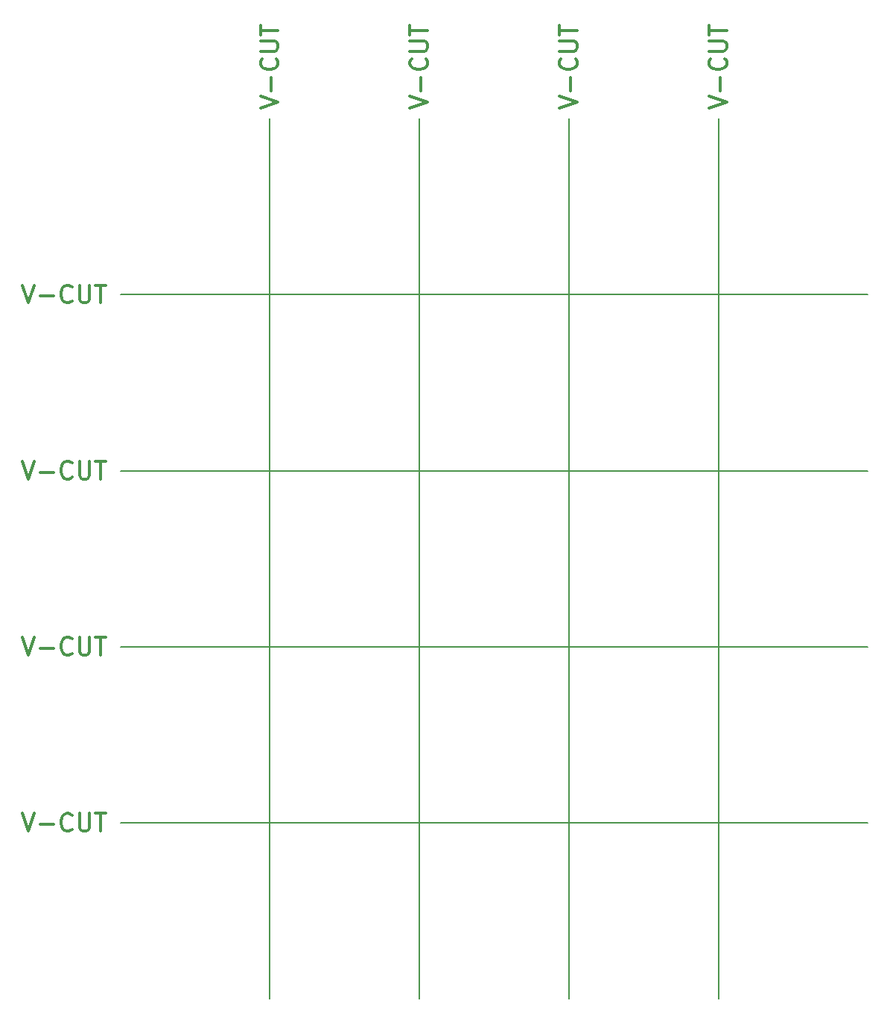
<source format=gbr>
%TF.GenerationSoftware,KiCad,Pcbnew,7.0.2*%
%TF.CreationDate,2024-02-09T22:37:23-05:00*%
%TF.ProjectId,Feeder-Panelized,46656564-6572-42d5-9061-6e656c697a65,rev?*%
%TF.SameCoordinates,Original*%
%TF.FileFunction,Other,ECO1*%
%FSLAX46Y46*%
G04 Gerber Fmt 4.6, Leading zero omitted, Abs format (unit mm)*
G04 Created by KiCad (PCBNEW 7.0.2) date 2024-02-09 22:37:23*
%MOMM*%
%LPD*%
G01*
G04 APERTURE LIST*
%ADD10C,0.150000*%
%ADD11C,0.300000*%
G04 APERTURE END LIST*
D10*
X224500000Y-100000000D02*
X139500000Y-100000000D01*
X207500000Y-180000000D02*
X207500000Y-80000000D01*
X190500000Y-80000000D02*
X190500000Y-180000000D01*
X224500000Y-140000000D02*
X139500000Y-140000000D01*
X173500000Y-180000000D02*
X173500000Y-80000000D01*
X156500000Y-80000000D02*
X156500000Y-180000000D01*
X139500000Y-120000000D02*
X224500000Y-120000000D01*
X139500000Y-160000000D02*
X224500000Y-160000000D01*
D11*
X128380952Y-158925238D02*
X129047618Y-160925238D01*
X129047618Y-160925238D02*
X129714285Y-158925238D01*
X130380952Y-160163333D02*
X131904762Y-160163333D01*
X133999999Y-160734761D02*
X133904761Y-160830000D01*
X133904761Y-160830000D02*
X133619047Y-160925238D01*
X133619047Y-160925238D02*
X133428571Y-160925238D01*
X133428571Y-160925238D02*
X133142856Y-160830000D01*
X133142856Y-160830000D02*
X132952380Y-160639523D01*
X132952380Y-160639523D02*
X132857142Y-160449047D01*
X132857142Y-160449047D02*
X132761904Y-160068095D01*
X132761904Y-160068095D02*
X132761904Y-159782380D01*
X132761904Y-159782380D02*
X132857142Y-159401428D01*
X132857142Y-159401428D02*
X132952380Y-159210952D01*
X132952380Y-159210952D02*
X133142856Y-159020476D01*
X133142856Y-159020476D02*
X133428571Y-158925238D01*
X133428571Y-158925238D02*
X133619047Y-158925238D01*
X133619047Y-158925238D02*
X133904761Y-159020476D01*
X133904761Y-159020476D02*
X133999999Y-159115714D01*
X134857142Y-158925238D02*
X134857142Y-160544285D01*
X134857142Y-160544285D02*
X134952380Y-160734761D01*
X134952380Y-160734761D02*
X135047618Y-160830000D01*
X135047618Y-160830000D02*
X135238094Y-160925238D01*
X135238094Y-160925238D02*
X135619047Y-160925238D01*
X135619047Y-160925238D02*
X135809523Y-160830000D01*
X135809523Y-160830000D02*
X135904761Y-160734761D01*
X135904761Y-160734761D02*
X135999999Y-160544285D01*
X135999999Y-160544285D02*
X135999999Y-158925238D01*
X136666666Y-158925238D02*
X137809523Y-158925238D01*
X137238094Y-160925238D02*
X137238094Y-158925238D01*
X155425238Y-78809523D02*
X157425238Y-78142857D01*
X157425238Y-78142857D02*
X155425238Y-77476190D01*
X156663333Y-76809523D02*
X156663333Y-75285714D01*
X157234761Y-73190476D02*
X157330000Y-73285714D01*
X157330000Y-73285714D02*
X157425238Y-73571428D01*
X157425238Y-73571428D02*
X157425238Y-73761904D01*
X157425238Y-73761904D02*
X157330000Y-74047619D01*
X157330000Y-74047619D02*
X157139523Y-74238095D01*
X157139523Y-74238095D02*
X156949047Y-74333333D01*
X156949047Y-74333333D02*
X156568095Y-74428571D01*
X156568095Y-74428571D02*
X156282380Y-74428571D01*
X156282380Y-74428571D02*
X155901428Y-74333333D01*
X155901428Y-74333333D02*
X155710952Y-74238095D01*
X155710952Y-74238095D02*
X155520476Y-74047619D01*
X155520476Y-74047619D02*
X155425238Y-73761904D01*
X155425238Y-73761904D02*
X155425238Y-73571428D01*
X155425238Y-73571428D02*
X155520476Y-73285714D01*
X155520476Y-73285714D02*
X155615714Y-73190476D01*
X155425238Y-72333333D02*
X157044285Y-72333333D01*
X157044285Y-72333333D02*
X157234761Y-72238095D01*
X157234761Y-72238095D02*
X157330000Y-72142857D01*
X157330000Y-72142857D02*
X157425238Y-71952381D01*
X157425238Y-71952381D02*
X157425238Y-71571428D01*
X157425238Y-71571428D02*
X157330000Y-71380952D01*
X157330000Y-71380952D02*
X157234761Y-71285714D01*
X157234761Y-71285714D02*
X157044285Y-71190476D01*
X157044285Y-71190476D02*
X155425238Y-71190476D01*
X155425238Y-70523809D02*
X155425238Y-69380952D01*
X157425238Y-69952381D02*
X155425238Y-69952381D01*
X189425238Y-78809523D02*
X191425238Y-78142857D01*
X191425238Y-78142857D02*
X189425238Y-77476190D01*
X190663333Y-76809523D02*
X190663333Y-75285714D01*
X191234761Y-73190476D02*
X191330000Y-73285714D01*
X191330000Y-73285714D02*
X191425238Y-73571428D01*
X191425238Y-73571428D02*
X191425238Y-73761904D01*
X191425238Y-73761904D02*
X191330000Y-74047619D01*
X191330000Y-74047619D02*
X191139523Y-74238095D01*
X191139523Y-74238095D02*
X190949047Y-74333333D01*
X190949047Y-74333333D02*
X190568095Y-74428571D01*
X190568095Y-74428571D02*
X190282380Y-74428571D01*
X190282380Y-74428571D02*
X189901428Y-74333333D01*
X189901428Y-74333333D02*
X189710952Y-74238095D01*
X189710952Y-74238095D02*
X189520476Y-74047619D01*
X189520476Y-74047619D02*
X189425238Y-73761904D01*
X189425238Y-73761904D02*
X189425238Y-73571428D01*
X189425238Y-73571428D02*
X189520476Y-73285714D01*
X189520476Y-73285714D02*
X189615714Y-73190476D01*
X189425238Y-72333333D02*
X191044285Y-72333333D01*
X191044285Y-72333333D02*
X191234761Y-72238095D01*
X191234761Y-72238095D02*
X191330000Y-72142857D01*
X191330000Y-72142857D02*
X191425238Y-71952381D01*
X191425238Y-71952381D02*
X191425238Y-71571428D01*
X191425238Y-71571428D02*
X191330000Y-71380952D01*
X191330000Y-71380952D02*
X191234761Y-71285714D01*
X191234761Y-71285714D02*
X191044285Y-71190476D01*
X191044285Y-71190476D02*
X189425238Y-71190476D01*
X189425238Y-70523809D02*
X189425238Y-69380952D01*
X191425238Y-69952381D02*
X189425238Y-69952381D01*
X128380952Y-118925238D02*
X129047618Y-120925238D01*
X129047618Y-120925238D02*
X129714285Y-118925238D01*
X130380952Y-120163333D02*
X131904762Y-120163333D01*
X133999999Y-120734761D02*
X133904761Y-120830000D01*
X133904761Y-120830000D02*
X133619047Y-120925238D01*
X133619047Y-120925238D02*
X133428571Y-120925238D01*
X133428571Y-120925238D02*
X133142856Y-120830000D01*
X133142856Y-120830000D02*
X132952380Y-120639523D01*
X132952380Y-120639523D02*
X132857142Y-120449047D01*
X132857142Y-120449047D02*
X132761904Y-120068095D01*
X132761904Y-120068095D02*
X132761904Y-119782380D01*
X132761904Y-119782380D02*
X132857142Y-119401428D01*
X132857142Y-119401428D02*
X132952380Y-119210952D01*
X132952380Y-119210952D02*
X133142856Y-119020476D01*
X133142856Y-119020476D02*
X133428571Y-118925238D01*
X133428571Y-118925238D02*
X133619047Y-118925238D01*
X133619047Y-118925238D02*
X133904761Y-119020476D01*
X133904761Y-119020476D02*
X133999999Y-119115714D01*
X134857142Y-118925238D02*
X134857142Y-120544285D01*
X134857142Y-120544285D02*
X134952380Y-120734761D01*
X134952380Y-120734761D02*
X135047618Y-120830000D01*
X135047618Y-120830000D02*
X135238094Y-120925238D01*
X135238094Y-120925238D02*
X135619047Y-120925238D01*
X135619047Y-120925238D02*
X135809523Y-120830000D01*
X135809523Y-120830000D02*
X135904761Y-120734761D01*
X135904761Y-120734761D02*
X135999999Y-120544285D01*
X135999999Y-120544285D02*
X135999999Y-118925238D01*
X136666666Y-118925238D02*
X137809523Y-118925238D01*
X137238094Y-120925238D02*
X137238094Y-118925238D01*
X128380952Y-98925238D02*
X129047618Y-100925238D01*
X129047618Y-100925238D02*
X129714285Y-98925238D01*
X130380952Y-100163333D02*
X131904762Y-100163333D01*
X133999999Y-100734761D02*
X133904761Y-100830000D01*
X133904761Y-100830000D02*
X133619047Y-100925238D01*
X133619047Y-100925238D02*
X133428571Y-100925238D01*
X133428571Y-100925238D02*
X133142856Y-100830000D01*
X133142856Y-100830000D02*
X132952380Y-100639523D01*
X132952380Y-100639523D02*
X132857142Y-100449047D01*
X132857142Y-100449047D02*
X132761904Y-100068095D01*
X132761904Y-100068095D02*
X132761904Y-99782380D01*
X132761904Y-99782380D02*
X132857142Y-99401428D01*
X132857142Y-99401428D02*
X132952380Y-99210952D01*
X132952380Y-99210952D02*
X133142856Y-99020476D01*
X133142856Y-99020476D02*
X133428571Y-98925238D01*
X133428571Y-98925238D02*
X133619047Y-98925238D01*
X133619047Y-98925238D02*
X133904761Y-99020476D01*
X133904761Y-99020476D02*
X133999999Y-99115714D01*
X134857142Y-98925238D02*
X134857142Y-100544285D01*
X134857142Y-100544285D02*
X134952380Y-100734761D01*
X134952380Y-100734761D02*
X135047618Y-100830000D01*
X135047618Y-100830000D02*
X135238094Y-100925238D01*
X135238094Y-100925238D02*
X135619047Y-100925238D01*
X135619047Y-100925238D02*
X135809523Y-100830000D01*
X135809523Y-100830000D02*
X135904761Y-100734761D01*
X135904761Y-100734761D02*
X135999999Y-100544285D01*
X135999999Y-100544285D02*
X135999999Y-98925238D01*
X136666666Y-98925238D02*
X137809523Y-98925238D01*
X137238094Y-100925238D02*
X137238094Y-98925238D01*
X206425238Y-78809523D02*
X208425238Y-78142857D01*
X208425238Y-78142857D02*
X206425238Y-77476190D01*
X207663333Y-76809523D02*
X207663333Y-75285714D01*
X208234761Y-73190476D02*
X208330000Y-73285714D01*
X208330000Y-73285714D02*
X208425238Y-73571428D01*
X208425238Y-73571428D02*
X208425238Y-73761904D01*
X208425238Y-73761904D02*
X208330000Y-74047619D01*
X208330000Y-74047619D02*
X208139523Y-74238095D01*
X208139523Y-74238095D02*
X207949047Y-74333333D01*
X207949047Y-74333333D02*
X207568095Y-74428571D01*
X207568095Y-74428571D02*
X207282380Y-74428571D01*
X207282380Y-74428571D02*
X206901428Y-74333333D01*
X206901428Y-74333333D02*
X206710952Y-74238095D01*
X206710952Y-74238095D02*
X206520476Y-74047619D01*
X206520476Y-74047619D02*
X206425238Y-73761904D01*
X206425238Y-73761904D02*
X206425238Y-73571428D01*
X206425238Y-73571428D02*
X206520476Y-73285714D01*
X206520476Y-73285714D02*
X206615714Y-73190476D01*
X206425238Y-72333333D02*
X208044285Y-72333333D01*
X208044285Y-72333333D02*
X208234761Y-72238095D01*
X208234761Y-72238095D02*
X208330000Y-72142857D01*
X208330000Y-72142857D02*
X208425238Y-71952381D01*
X208425238Y-71952381D02*
X208425238Y-71571428D01*
X208425238Y-71571428D02*
X208330000Y-71380952D01*
X208330000Y-71380952D02*
X208234761Y-71285714D01*
X208234761Y-71285714D02*
X208044285Y-71190476D01*
X208044285Y-71190476D02*
X206425238Y-71190476D01*
X206425238Y-70523809D02*
X206425238Y-69380952D01*
X208425238Y-69952381D02*
X206425238Y-69952381D01*
X172425238Y-78809523D02*
X174425238Y-78142857D01*
X174425238Y-78142857D02*
X172425238Y-77476190D01*
X173663333Y-76809523D02*
X173663333Y-75285714D01*
X174234761Y-73190476D02*
X174330000Y-73285714D01*
X174330000Y-73285714D02*
X174425238Y-73571428D01*
X174425238Y-73571428D02*
X174425238Y-73761904D01*
X174425238Y-73761904D02*
X174330000Y-74047619D01*
X174330000Y-74047619D02*
X174139523Y-74238095D01*
X174139523Y-74238095D02*
X173949047Y-74333333D01*
X173949047Y-74333333D02*
X173568095Y-74428571D01*
X173568095Y-74428571D02*
X173282380Y-74428571D01*
X173282380Y-74428571D02*
X172901428Y-74333333D01*
X172901428Y-74333333D02*
X172710952Y-74238095D01*
X172710952Y-74238095D02*
X172520476Y-74047619D01*
X172520476Y-74047619D02*
X172425238Y-73761904D01*
X172425238Y-73761904D02*
X172425238Y-73571428D01*
X172425238Y-73571428D02*
X172520476Y-73285714D01*
X172520476Y-73285714D02*
X172615714Y-73190476D01*
X172425238Y-72333333D02*
X174044285Y-72333333D01*
X174044285Y-72333333D02*
X174234761Y-72238095D01*
X174234761Y-72238095D02*
X174330000Y-72142857D01*
X174330000Y-72142857D02*
X174425238Y-71952381D01*
X174425238Y-71952381D02*
X174425238Y-71571428D01*
X174425238Y-71571428D02*
X174330000Y-71380952D01*
X174330000Y-71380952D02*
X174234761Y-71285714D01*
X174234761Y-71285714D02*
X174044285Y-71190476D01*
X174044285Y-71190476D02*
X172425238Y-71190476D01*
X172425238Y-70523809D02*
X172425238Y-69380952D01*
X174425238Y-69952381D02*
X172425238Y-69952381D01*
X128380952Y-138925238D02*
X129047618Y-140925238D01*
X129047618Y-140925238D02*
X129714285Y-138925238D01*
X130380952Y-140163333D02*
X131904762Y-140163333D01*
X133999999Y-140734761D02*
X133904761Y-140830000D01*
X133904761Y-140830000D02*
X133619047Y-140925238D01*
X133619047Y-140925238D02*
X133428571Y-140925238D01*
X133428571Y-140925238D02*
X133142856Y-140830000D01*
X133142856Y-140830000D02*
X132952380Y-140639523D01*
X132952380Y-140639523D02*
X132857142Y-140449047D01*
X132857142Y-140449047D02*
X132761904Y-140068095D01*
X132761904Y-140068095D02*
X132761904Y-139782380D01*
X132761904Y-139782380D02*
X132857142Y-139401428D01*
X132857142Y-139401428D02*
X132952380Y-139210952D01*
X132952380Y-139210952D02*
X133142856Y-139020476D01*
X133142856Y-139020476D02*
X133428571Y-138925238D01*
X133428571Y-138925238D02*
X133619047Y-138925238D01*
X133619047Y-138925238D02*
X133904761Y-139020476D01*
X133904761Y-139020476D02*
X133999999Y-139115714D01*
X134857142Y-138925238D02*
X134857142Y-140544285D01*
X134857142Y-140544285D02*
X134952380Y-140734761D01*
X134952380Y-140734761D02*
X135047618Y-140830000D01*
X135047618Y-140830000D02*
X135238094Y-140925238D01*
X135238094Y-140925238D02*
X135619047Y-140925238D01*
X135619047Y-140925238D02*
X135809523Y-140830000D01*
X135809523Y-140830000D02*
X135904761Y-140734761D01*
X135904761Y-140734761D02*
X135999999Y-140544285D01*
X135999999Y-140544285D02*
X135999999Y-138925238D01*
X136666666Y-138925238D02*
X137809523Y-138925238D01*
X137238094Y-140925238D02*
X137238094Y-138925238D01*
M02*

</source>
